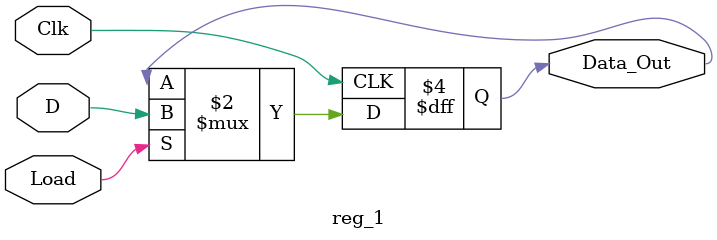
<source format=sv>
module reg_1 ( input		D, Clk, Load, 
					output logic Data_Out);
								
		always_ff @ (posedge Clk)
		begin
			if(Load)
				Data_Out <= D;
		end
		
endmodule

</source>
